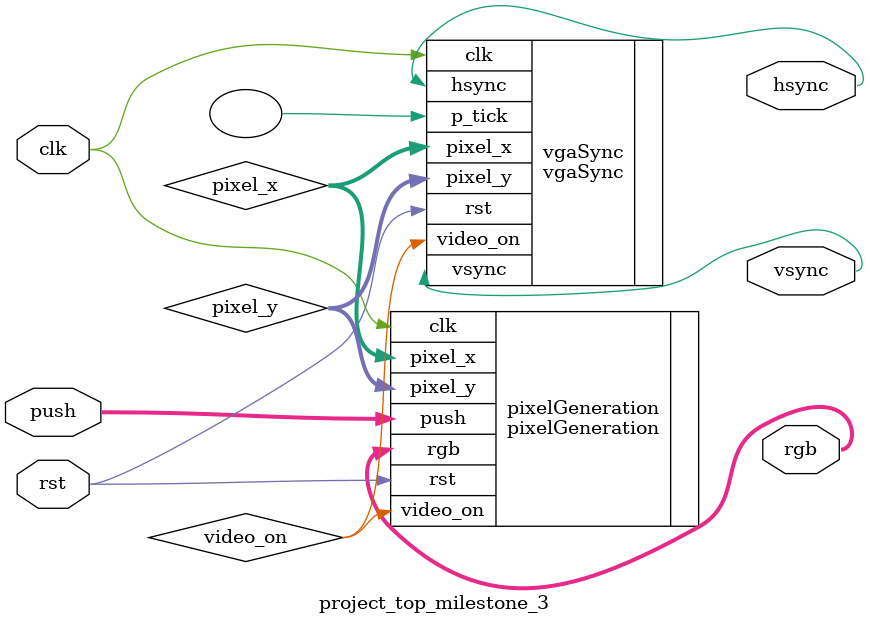
<source format=v>
/*
 * EE-566 Term Project: VGA Game Console
 * - This module is the top module which instantiates submodules.
 * - It is forked from my VGA_Adjust_Speed lab work.
 * - The ball with the handle bounces when it crashes into the borders of screen.
 * 
 * ANIL SEZGiN 
 */
module project_top_milestone_3(clk, rst, push, hsync, vsync, rgb);

input clk, rst;
input [2:0] push; 
output hsync, vsync;
output [2:0] rgb;

wire video_on;
wire [9:0] pixel_x, pixel_y;

// instantiate vgaSync and pixelGeneration circuit
vgaSync vgaSync(.clk(clk), .rst(rst), .hsync(hsync), .vsync(vsync), .video_on(video_on), .p_tick(), .pixel_x(pixel_x), .pixel_y(pixel_y));
pixelGeneration pixelGeneration(.clk(clk), .rst(rst), .push(push), .pixel_x(pixel_x), .pixel_y(pixel_y), .video_on(video_on), .rgb(rgb));

endmodule

</source>
